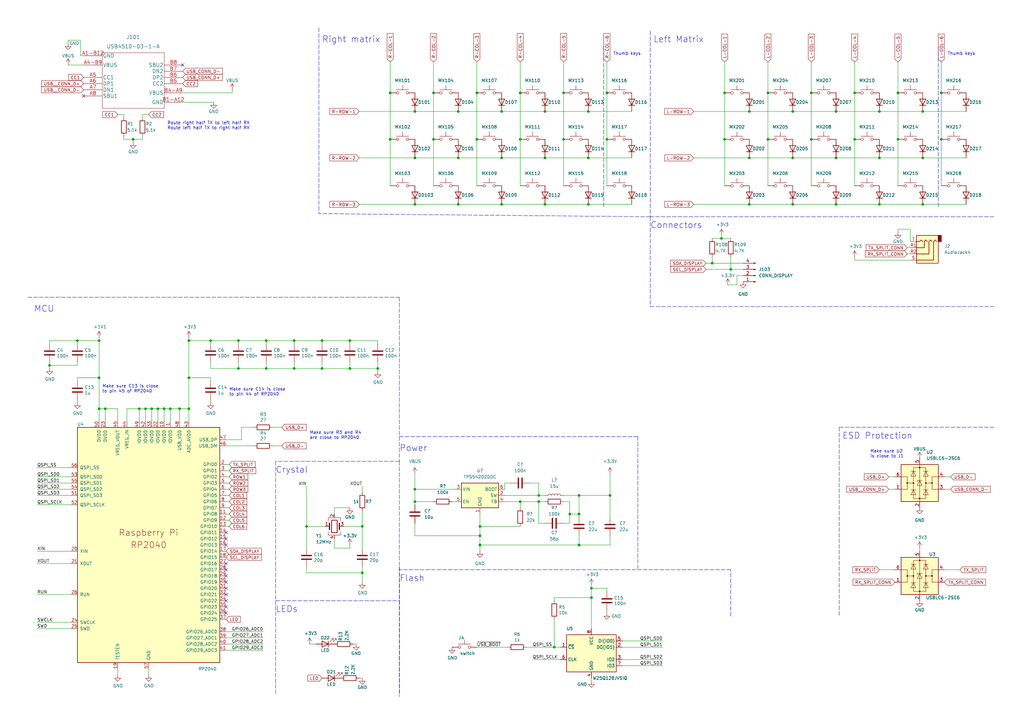
<source format=kicad_sch>
(kicad_sch (version 20211123) (generator eeschema)
  (paper "A3")
  (junction (at 170.18 83.82))
  (junction (at 231.14 38.1))
  (junction (at 97.79 139.7))
  (junction (at 299.72 110.49))
  (junction (at 195.58 38.1))
  (junction (at 233.68 210.82))
  (junction (at 368.3 57.15))
  (junction (at 237.49 210.82))
  (junction (at 307.34 83.82))
  (junction (at 292.1 107.95))
  (junction (at 248.92 57.15))
  (junction (at 54.61 57.15))
  (junction (at 227.33 265.43))
  (junction (at 40.64 154.94))
  (junction (at 177.8 38.1))
  (junction (at 132.08 139.7))
  (junction (at 40.64 167.64))
  (junction (at 342.9 45.72))
  (junction (at 378.46 45.72))
  (junction (at 237.49 203.2))
  (junction (at 31.75 139.7))
  (junction (at 213.36 57.15))
  (junction (at 314.96 57.15))
  (junction (at 213.36 38.1))
  (junction (at 64.77 167.64))
  (junction (at 67.31 167.64))
  (junction (at 231.14 57.15))
  (junction (at 297.18 38.1))
  (junction (at 196.85 223.52))
  (junction (at 143.51 139.7))
  (junction (at 378.46 64.77))
  (junction (at 386.08 57.15))
  (junction (at 386.08 38.1))
  (junction (at 242.57 245.11))
  (junction (at 43.18 167.64))
  (junction (at 160.02 57.15))
  (junction (at 187.96 45.72))
  (junction (at 220.98 205.74))
  (junction (at 170.18 45.72))
  (junction (at 40.64 139.7))
  (junction (at 20.32 149.86))
  (junction (at 297.18 57.15))
  (junction (at 73.66 167.64))
  (junction (at 242.57 241.3))
  (junction (at 360.68 83.82))
  (junction (at 350.52 38.1))
  (junction (at 170.18 205.74))
  (junction (at 223.52 45.72))
  (junction (at 325.12 83.82))
  (junction (at 86.36 139.7))
  (junction (at 205.74 45.72))
  (junction (at 109.22 139.7))
  (junction (at 360.68 45.72))
  (junction (at 325.12 45.72))
  (junction (at 77.47 167.64))
  (junction (at 97.79 151.13))
  (junction (at 213.36 205.74))
  (junction (at 77.47 154.94))
  (junction (at 187.96 64.77))
  (junction (at 241.3 64.77))
  (junction (at 223.52 64.77))
  (junction (at 360.68 64.77))
  (junction (at 69.85 167.64))
  (junction (at 378.46 83.82))
  (junction (at 332.74 57.15))
  (junction (at 148.59 234.95))
  (junction (at 307.34 64.77))
  (junction (at 59.69 167.64))
  (junction (at 125.73 215.9))
  (junction (at 196.85 215.9))
  (junction (at 187.96 83.82))
  (junction (at 342.9 64.77))
  (junction (at 220.98 203.2))
  (junction (at 342.9 83.82))
  (junction (at 350.52 57.15))
  (junction (at 154.94 151.13))
  (junction (at 248.92 38.1))
  (junction (at 223.52 83.82))
  (junction (at 57.15 167.64))
  (junction (at 325.12 64.77))
  (junction (at 177.8 57.15))
  (junction (at 332.74 38.1))
  (junction (at 195.58 57.15))
  (junction (at 109.22 151.13))
  (junction (at 295.91 97.79))
  (junction (at 205.74 64.77))
  (junction (at 205.74 83.82))
  (junction (at 368.3 38.1))
  (junction (at 237.49 223.52))
  (junction (at 148.59 215.9))
  (junction (at 307.34 45.72))
  (junction (at 196.85 219.71))
  (junction (at 77.47 139.7))
  (junction (at 132.08 151.13))
  (junction (at 314.96 38.1))
  (junction (at 170.18 200.66))
  (junction (at 160.02 38.1))
  (junction (at 62.23 167.64))
  (junction (at 241.3 83.82))
  (junction (at 143.51 151.13))
  (junction (at 250.19 203.2))
  (junction (at 170.18 64.77))
  (junction (at 241.3 45.72))
  (junction (at 120.65 151.13))
  (junction (at 120.65 139.7))
  (no_connect (at 92.71 223.52))
  (no_connect (at 92.71 218.44))
  (no_connect (at 92.71 220.98))
  (no_connect (at 92.71 231.14))
  (no_connect (at 92.71 233.68))
  (no_connect (at 92.71 236.22))
  (no_connect (at 92.71 238.76))
  (no_connect (at 74.93 26.67))
  (no_connect (at 34.29 39.37))
  (no_connect (at 92.71 241.3))
  (no_connect (at 92.71 251.46))
  (no_connect (at 92.71 243.84))
  (no_connect (at 92.71 246.38))
  (no_connect (at 92.71 248.92))
  (wire (pts (xy 299.72 110.49) (xy 304.8 110.49)))
  (wire (pts (xy 109.22 148.59) (xy 109.22 151.13)))
  (polyline (pts (xy 266.7 12.7) (xy 266.7 88.9)))
  (wire (pts (xy 92.71 190.5) (xy 93.98 190.5)))
  (wire (pts (xy 29.21 257.81) (xy 15.24 257.81)))
  (wire (pts (xy 15.24 203.2) (xy 29.21 203.2)))
  (wire (pts (xy 125.73 234.95) (xy 148.59 234.95)))
  (wire (pts (xy 143.51 223.52) (xy 143.51 224.79)))
  (wire (pts (xy 231.14 203.2) (xy 237.49 203.2)))
  (polyline (pts (xy 299.72 252.73) (xy 299.72 233.68)))
  (wire (pts (xy 307.34 45.72) (xy 325.12 45.72)))
  (wire (pts (xy 242.57 245.11) (xy 242.57 257.81)))
  (wire (pts (xy 233.68 210.82) (xy 237.49 210.82)))
  (wire (pts (xy 148.59 215.9) (xy 148.59 224.79)))
  (wire (pts (xy 143.51 139.7) (xy 154.94 139.7)))
  (wire (pts (xy 31.75 140.97) (xy 31.75 139.7)))
  (wire (pts (xy 284.48 83.82) (xy 307.34 83.82)))
  (wire (pts (xy 143.51 151.13) (xy 154.94 151.13)))
  (wire (pts (xy 86.36 148.59) (xy 86.36 151.13)))
  (wire (pts (xy 242.57 240.03) (xy 242.57 241.3)))
  (wire (pts (xy 93.98 203.2) (xy 92.71 203.2)))
  (wire (pts (xy 242.57 278.13) (xy 242.57 279.4)))
  (wire (pts (xy 92.71 266.7) (xy 107.95 266.7)))
  (wire (pts (xy 52.07 172.72) (xy 52.07 167.64)))
  (wire (pts (xy 60.96 46.99) (xy 58.42 46.99)))
  (wire (pts (xy 207.01 198.12) (xy 209.55 198.12)))
  (wire (pts (xy 342.9 45.72) (xy 360.68 45.72)))
  (wire (pts (xy 220.98 205.74) (xy 220.98 214.63)))
  (wire (pts (xy 154.94 148.59) (xy 154.94 151.13)))
  (wire (pts (xy 97.79 148.59) (xy 97.79 151.13)))
  (wire (pts (xy 74.93 41.91) (xy 87.63 41.91)))
  (wire (pts (xy 297.18 25.4) (xy 297.18 38.1)))
  (wire (pts (xy 148.59 234.95) (xy 148.59 238.76)))
  (wire (pts (xy 332.74 38.1) (xy 332.74 57.15)))
  (wire (pts (xy 302.26 113.03) (xy 302.26 116.84)))
  (wire (pts (xy 213.36 25.4) (xy 213.36 38.1)))
  (wire (pts (xy 342.9 83.82) (xy 360.68 83.82)))
  (wire (pts (xy 31.75 139.7) (xy 40.64 139.7)))
  (wire (pts (xy 350.52 106.68) (xy 373.38 106.68)))
  (wire (pts (xy 170.18 207.01) (xy 170.18 205.74)))
  (wire (pts (xy 248.92 57.15) (xy 248.92 76.2)))
  (wire (pts (xy 231.14 38.1) (xy 231.14 57.15)))
  (wire (pts (xy 377.19 224.79) (xy 377.19 226.06)))
  (wire (pts (xy 57.15 167.64) (xy 59.69 167.64)))
  (wire (pts (xy 92.71 261.62) (xy 107.95 261.62)))
  (wire (pts (xy 205.74 83.82) (xy 223.52 83.82)))
  (wire (pts (xy 93.98 208.28) (xy 92.71 208.28)))
  (wire (pts (xy 99.06 175.26) (xy 104.14 175.26)))
  (wire (pts (xy 132.08 148.59) (xy 132.08 151.13)))
  (wire (pts (xy 233.68 205.74) (xy 233.68 210.82)))
  (wire (pts (xy 48.26 274.32) (xy 48.26 276.86)))
  (wire (pts (xy 213.36 38.1) (xy 213.36 57.15)))
  (wire (pts (xy 69.85 167.64) (xy 69.85 172.72)))
  (wire (pts (xy 160.02 38.1) (xy 160.02 57.15)))
  (wire (pts (xy 62.23 172.72) (xy 62.23 167.64)))
  (wire (pts (xy 350.52 105.41) (xy 350.52 106.68)))
  (wire (pts (xy 220.98 198.12) (xy 220.98 203.2)))
  (wire (pts (xy 223.52 45.72) (xy 241.3 45.72)))
  (wire (pts (xy 368.3 25.4) (xy 368.3 38.1)))
  (wire (pts (xy 20.32 139.7) (xy 31.75 139.7)))
  (wire (pts (xy 67.31 167.64) (xy 69.85 167.64)))
  (wire (pts (xy 31.75 163.83) (xy 31.75 165.1)))
  (wire (pts (xy 250.19 194.31) (xy 250.19 203.2)))
  (wire (pts (xy 284.48 45.72) (xy 307.34 45.72)))
  (wire (pts (xy 86.36 163.83) (xy 86.36 165.1)))
  (wire (pts (xy 137.16 208.28) (xy 143.51 208.28)))
  (wire (pts (xy 233.68 214.63) (xy 231.14 214.63)))
  (wire (pts (xy 177.8 25.4) (xy 177.8 38.1)))
  (wire (pts (xy 205.74 64.77) (xy 223.52 64.77)))
  (wire (pts (xy 187.96 45.72) (xy 205.74 45.72)))
  (wire (pts (xy 120.65 139.7) (xy 132.08 139.7)))
  (wire (pts (xy 237.49 203.2) (xy 250.19 203.2)))
  (polyline (pts (xy 163.83 232.41) (xy 163.83 285.75)))
  (wire (pts (xy 59.69 172.72) (xy 59.69 167.64)))
  (wire (pts (xy 77.47 139.7) (xy 86.36 139.7)))
  (wire (pts (xy 125.73 215.9) (xy 125.73 224.79)))
  (wire (pts (xy 364.49 195.58) (xy 367.03 195.58)))
  (wire (pts (xy 223.52 64.77) (xy 241.3 64.77)))
  (wire (pts (xy 143.51 224.79) (xy 137.16 224.79)))
  (wire (pts (xy 207.01 200.66) (xy 207.01 198.12)))
  (wire (pts (xy 295.91 97.79) (xy 299.72 97.79)))
  (wire (pts (xy 48.26 172.72) (xy 48.26 167.64)))
  (wire (pts (xy 177.8 205.74) (xy 170.18 205.74)))
  (wire (pts (xy 43.18 167.64) (xy 40.64 167.64)))
  (wire (pts (xy 298.45 116.84) (xy 302.26 116.84)))
  (wire (pts (xy 364.49 200.66) (xy 367.03 200.66)))
  (wire (pts (xy 292.1 105.41) (xy 292.1 107.95)))
  (wire (pts (xy 86.36 156.21) (xy 86.36 154.94)))
  (wire (pts (xy 237.49 223.52) (xy 196.85 223.52)))
  (wire (pts (xy 387.35 233.68) (xy 393.7 233.68)))
  (wire (pts (xy 92.71 182.88) (xy 104.14 182.88)))
  (wire (pts (xy 250.19 219.71) (xy 250.19 223.52)))
  (wire (pts (xy 170.18 214.63) (xy 170.18 219.71)))
  (wire (pts (xy 148.59 215.9) (xy 148.59 209.55)))
  (wire (pts (xy 237.49 219.71) (xy 237.49 223.52)))
  (wire (pts (xy 170.18 45.72) (xy 187.96 45.72)))
  (wire (pts (xy 120.65 140.97) (xy 120.65 139.7)))
  (wire (pts (xy 148.59 232.41) (xy 148.59 234.95)))
  (wire (pts (xy 52.07 167.64) (xy 57.15 167.64)))
  (wire (pts (xy 29.21 191.77) (xy 15.24 191.77)))
  (wire (pts (xy 147.32 83.82) (xy 170.18 83.82)))
  (wire (pts (xy 15.24 198.12) (xy 29.21 198.12)))
  (wire (pts (xy 143.51 148.59) (xy 143.51 151.13)))
  (wire (pts (xy 92.71 193.04) (xy 93.98 193.04)))
  (wire (pts (xy 196.85 215.9) (xy 213.36 215.9)))
  (wire (pts (xy 77.47 154.94) (xy 86.36 154.94)))
  (wire (pts (xy 292.1 97.79) (xy 295.91 97.79)))
  (wire (pts (xy 144.78 264.16) (xy 146.05 264.16)))
  (wire (pts (xy 97.79 139.7) (xy 109.22 139.7)))
  (wire (pts (xy 109.22 139.7) (xy 120.65 139.7)))
  (wire (pts (xy 220.98 205.74) (xy 223.52 205.74)))
  (wire (pts (xy 170.18 64.77) (xy 187.96 64.77)))
  (wire (pts (xy 187.96 64.77) (xy 205.74 64.77)))
  (wire (pts (xy 160.02 57.15) (xy 160.02 76.2)))
  (wire (pts (xy 170.18 205.74) (xy 170.18 200.66)))
  (wire (pts (xy 15.24 226.06) (xy 29.21 226.06)))
  (wire (pts (xy 31.75 156.21) (xy 31.75 154.94)))
  (wire (pts (xy 314.96 38.1) (xy 314.96 57.15)))
  (wire (pts (xy 148.59 201.93) (xy 148.59 199.39)))
  (wire (pts (xy 64.77 172.72) (xy 64.77 167.64)))
  (polyline (pts (xy 407.67 175.26) (xy 344.17 175.26)))
  (wire (pts (xy 350.52 38.1) (xy 350.52 57.15)))
  (wire (pts (xy 177.8 38.1) (xy 177.8 57.15)))
  (wire (pts (xy 77.47 138.43) (xy 77.47 139.7)))
  (wire (pts (xy 31.75 149.86) (xy 31.75 148.59)))
  (wire (pts (xy 67.31 172.72) (xy 67.31 167.64)))
  (wire (pts (xy 92.71 264.16) (xy 107.95 264.16)))
  (polyline (pts (xy 11.43 121.92) (xy 163.83 121.92)))
  (wire (pts (xy 248.92 241.3) (xy 242.57 241.3)))
  (wire (pts (xy 170.18 200.66) (xy 170.18 194.31)))
  (wire (pts (xy 74.93 38.1) (xy 95.25 38.1)))
  (wire (pts (xy 40.64 139.7) (xy 40.64 154.94)))
  (wire (pts (xy 325.12 45.72) (xy 342.9 45.72)))
  (wire (pts (xy 170.18 83.82) (xy 187.96 83.82)))
  (wire (pts (xy 332.74 25.4) (xy 332.74 38.1)))
  (wire (pts (xy 227.33 245.11) (xy 242.57 245.11)))
  (wire (pts (xy 120.65 151.13) (xy 109.22 151.13)))
  (wire (pts (xy 187.96 83.82) (xy 205.74 83.82)))
  (wire (pts (xy 77.47 139.7) (xy 77.47 154.94)))
  (wire (pts (xy 386.08 57.15) (xy 386.08 76.2)))
  (wire (pts (xy 27.94 26.67) (xy 34.29 26.67)))
  (wire (pts (xy 93.98 198.12) (xy 92.71 198.12)))
  (wire (pts (xy 58.42 55.88) (xy 58.42 57.15)))
  (wire (pts (xy 220.98 203.2) (xy 223.52 203.2)))
  (polyline (pts (xy 113.03 189.23) (xy 113.03 284.48)))
  (wire (pts (xy 125.73 215.9) (xy 125.73 199.39)))
  (wire (pts (xy 325.12 83.82) (xy 342.9 83.82)))
  (wire (pts (xy 325.12 64.77) (xy 342.9 64.77)))
  (wire (pts (xy 137.16 224.79) (xy 137.16 220.98)))
  (wire (pts (xy 185.42 205.74) (xy 186.69 205.74)))
  (wire (pts (xy 378.46 45.72) (xy 396.24 45.72)))
  (wire (pts (xy 143.51 151.13) (xy 132.08 151.13)))
  (wire (pts (xy 372.11 104.14) (xy 373.38 104.14)))
  (wire (pts (xy 205.74 45.72) (xy 223.52 45.72)))
  (wire (pts (xy 295.91 97.79) (xy 295.91 96.52)))
  (polyline (pts (xy 266.7 88.9) (xy 130.81 87.63)))
  (polyline (pts (xy 163.83 121.92) (xy 163.83 189.23)))
  (wire (pts (xy 86.36 139.7) (xy 97.79 139.7)))
  (wire (pts (xy 73.66 167.64) (xy 77.47 167.64)))
  (wire (pts (xy 196.85 223.52) (xy 196.85 226.06)))
  (wire (pts (xy 125.73 215.9) (xy 133.35 215.9)))
  (wire (pts (xy 368.3 57.15) (xy 368.3 76.2)))
  (wire (pts (xy 93.98 213.36) (xy 92.71 213.36)))
  (wire (pts (xy 248.92 250.19) (xy 248.92 251.46)))
  (wire (pts (xy 58.42 46.99) (xy 58.42 48.26)))
  (wire (pts (xy 297.18 57.15) (xy 297.18 76.2)))
  (wire (pts (xy 360.68 45.72) (xy 378.46 45.72)))
  (wire (pts (xy 217.17 198.12) (xy 220.98 198.12)))
  (polyline (pts (xy 384.81 19.05) (xy 384.81 85.09)))
  (wire (pts (xy 213.36 205.74) (xy 213.36 208.28)))
  (wire (pts (xy 33.02 16.51) (xy 27.94 16.51)))
  (wire (pts (xy 170.18 200.66) (xy 186.69 200.66)))
  (wire (pts (xy 109.22 151.13) (xy 97.79 151.13)))
  (wire (pts (xy 289.56 107.95) (xy 292.1 107.95)))
  (wire (pts (xy 218.44 270.51) (xy 229.87 270.51)))
  (wire (pts (xy 154.94 151.13) (xy 154.94 152.4)))
  (wire (pts (xy 27.94 16.51) (xy 27.94 17.78)))
  (polyline (pts (xy 407.67 88.9) (xy 266.7 88.9)))
  (wire (pts (xy 143.51 140.97) (xy 143.51 139.7)))
  (wire (pts (xy 314.96 57.15) (xy 314.96 76.2)))
  (wire (pts (xy 231.14 57.15) (xy 231.14 76.2)))
  (wire (pts (xy 20.32 140.97) (xy 20.32 139.7)))
  (wire (pts (xy 360.68 64.77) (xy 378.46 64.77)))
  (wire (pts (xy 20.32 148.59) (xy 20.32 149.86)))
  (wire (pts (xy 307.34 83.82) (xy 325.12 83.82)))
  (wire (pts (xy 29.21 231.14) (xy 15.24 231.14)))
  (wire (pts (xy 97.79 140.97) (xy 97.79 139.7)))
  (wire (pts (xy 372.11 101.6) (xy 373.38 101.6)))
  (wire (pts (xy 93.98 200.66) (xy 92.71 200.66)))
  (wire (pts (xy 99.06 175.26) (xy 99.06 180.34)))
  (wire (pts (xy 195.58 25.4) (xy 195.58 38.1)))
  (wire (pts (xy 132.08 140.97) (xy 132.08 139.7)))
  (wire (pts (xy 93.98 210.82) (xy 92.71 210.82)))
  (wire (pts (xy 20.32 149.86) (xy 20.32 151.13)))
  (wire (pts (xy 248.92 38.1) (xy 248.92 57.15)))
  (wire (pts (xy 195.58 57.15) (xy 195.58 76.2)))
  (wire (pts (xy 92.71 259.08) (xy 107.95 259.08)))
  (wire (pts (xy 154.94 140.97) (xy 154.94 139.7)))
  (wire (pts (xy 332.74 57.15) (xy 332.74 76.2)))
  (wire (pts (xy 73.66 172.72) (xy 73.66 167.64)))
  (wire (pts (xy 43.18 172.72) (xy 43.18 167.64)))
  (wire (pts (xy 50.8 55.88) (xy 50.8 57.15)))
  (wire (pts (xy 255.27 265.43) (xy 271.78 265.43)))
  (wire (pts (xy 250.19 223.52) (xy 237.49 223.52)))
  (wire (pts (xy 69.85 167.64) (xy 73.66 167.64)))
  (wire (pts (xy 137.16 208.28) (xy 137.16 210.82)))
  (wire (pts (xy 50.8 57.15) (xy 54.61 57.15)))
  (polyline (pts (xy 299.72 233.68) (xy 163.83 233.68)))
  (wire (pts (xy 196.85 219.71) (xy 170.18 219.71)))
  (wire (pts (xy 227.33 265.43) (xy 229.87 265.43)))
  (wire (pts (xy 241.3 83.82) (xy 259.08 83.82)))
  (wire (pts (xy 368.3 38.1) (xy 368.3 57.15)))
  (wire (pts (xy 31.75 154.94) (xy 40.64 154.94)))
  (wire (pts (xy 120.65 148.59) (xy 120.65 151.13)))
  (wire (pts (xy 196.85 210.82) (xy 196.85 215.9)))
  (wire (pts (xy 111.76 175.26) (xy 115.57 175.26)))
  (wire (pts (xy 314.96 25.4) (xy 314.96 38.1)))
  (wire (pts (xy 350.52 57.15) (xy 350.52 76.2)))
  (wire (pts (xy 132.08 151.13) (xy 120.65 151.13)))
  (wire (pts (xy 97.79 151.13) (xy 86.36 151.13)))
  (wire (pts (xy 231.14 25.4) (xy 231.14 38.1)))
  (wire (pts (xy 196.85 223.52) (xy 196.85 219.71)))
  (wire (pts (xy 360.68 233.68) (xy 367.03 233.68)))
  (wire (pts (xy 241.3 64.77) (xy 259.08 64.77)))
  (wire (pts (xy 29.21 243.84) (xy 15.24 243.84)))
  (wire (pts (xy 127 264.16) (xy 129.54 264.16)))
  (wire (pts (xy 248.92 242.57) (xy 248.92 241.3)))
  (wire (pts (xy 77.47 167.64) (xy 77.47 172.72)))
  (polyline (pts (xy 163.83 189.23) (xy 163.83 284.48)))
  (wire (pts (xy 86.36 140.97) (xy 86.36 139.7)))
  (wire (pts (xy 342.9 64.77) (xy 360.68 64.77)))
  (wire (pts (xy 15.24 195.58) (xy 29.21 195.58)))
  (wire (pts (xy 92.71 180.34) (xy 99.06 180.34)))
  (wire (pts (xy 147.32 64.77) (xy 170.18 64.77)))
  (wire (pts (xy 33.02 22.86) (xy 33.02 16.51)))
  (wire (pts (xy 387.35 200.66) (xy 389.89 200.66)))
  (wire (pts (xy 62.23 167.64) (xy 64.77 167.64)))
  (wire (pts (xy 215.9 265.43) (xy 227.33 265.43)))
  (wire (pts (xy 368.3 93.98) (xy 368.3 95.25)))
  (wire (pts (xy 350.52 25.4) (xy 350.52 38.1)))
  (wire (pts (xy 304.8 113.03) (xy 302.26 113.03)))
  (wire (pts (xy 54.61 57.15) (xy 58.42 57.15)))
  (wire (pts (xy 213.36 57.15) (xy 213.36 76.2)))
  (wire (pts (xy 77.47 154.94) (xy 77.47 167.64)))
  (wire (pts (xy 307.34 64.77) (xy 325.12 64.77)))
  (wire (pts (xy 109.22 140.97) (xy 109.22 139.7)))
  (wire (pts (xy 289.56 110.49) (xy 299.72 110.49)))
  (wire (pts (xy 248.92 25.4) (xy 248.92 38.1)))
  (wire (pts (xy 284.48 64.77) (xy 307.34 64.77)))
  (polyline (pts (xy 266.7 125.73) (xy 407.67 125.73)))
  (wire (pts (xy 95.25 36.83) (xy 95.25 38.1)))
  (wire (pts (xy 213.36 205.74) (xy 220.98 205.74)))
  (wire (pts (xy 147.32 278.13) (xy 148.59 278.13)))
  (wire (pts (xy 237.49 203.2) (xy 237.49 210.82)))
  (polyline (pts (xy 130.81 11.43) (xy 130.81 87.63)))
  (wire (pts (xy 207.01 203.2) (xy 220.98 203.2)))
  (wire (pts (xy 387.35 195.58) (xy 389.89 195.58)))
  (wire (pts (xy 255.27 270.51) (xy 271.78 270.51)))
  (wire (pts (xy 40.64 167.64) (xy 40.64 172.72)))
  (wire (pts (xy 378.46 83.82) (xy 396.24 83.82)))
  (wire (pts (xy 93.98 195.58) (xy 92.71 195.58)))
  (wire (pts (xy 40.64 138.43) (xy 40.64 139.7)))
  (wire (pts (xy 57.15 172.72) (xy 57.15 167.64)))
  (wire (pts (xy 386.08 25.4) (xy 386.08 38.1)))
  (wire (pts (xy 250.19 203.2) (xy 250.19 212.09)))
  (wire (pts (xy 140.97 215.9) (xy 148.59 215.9)))
  (polyline (pts (xy 247.65 19.05) (xy 247.65 85.09)))
  (wire (pts (xy 255.27 273.05) (xy 271.78 273.05)))
  (wire (pts (xy 373.38 93.98) (xy 368.3 93.98)))
  (wire (pts (xy 29.21 255.27) (xy 15.24 255.27)))
  (wire (pts (xy 227.33 254) (xy 227.33 265.43)))
  (wire (pts (xy 378.46 64.77) (xy 396.24 64.77)))
  (polyline (pts (xy 261.62 179.07) (xy 261.62 233.68)))
  (wire (pts (xy 40.64 154.94) (xy 40.64 167.64)))
  (wire (pts (xy 147.32 45.72) (xy 170.18 45.72)))
  (wire (pts (xy 54.61 57.15) (xy 54.61 58.42)))
  (wire (pts (xy 160.02 25.4) (xy 160.02 38.1)))
  (wire (pts (xy 111.76 182.88) (xy 115.57 182.88)))
  (wire (pts (xy 360.68 83.82) (xy 378.46 83.82)))
  (polyline (pts (xy 266.7 88.9) (xy 266.7 125.73)))
  (wire (pts (xy 50.8 46.99) (xy 50.8 48.26)))
  (wire (pts (xy 292.1 107.95) (xy 304.8 107.95)))
  (wire (pts (xy 386.08 38.1) (xy 386.08 57.15)))
  (polyline (pts (xy 113.03 246.38) (xy 163.83 246.38)))
  (wire (pts (xy 233.68 210.82) (xy 233.68 214.63)))
  (wire (pts (xy 177.8 57.15) (xy 177.8 76.2)))
  (wire (pts (xy 48.26 167.64) (xy 43.18 167.64)))
  (wire (pts (xy 20.32 149.86) (xy 31.75 149.86)))
  (wire (pts (xy 48.26 46.99) (xy 50.8 46.99)))
  (wire (pts (xy 64.77 167.64) (xy 67.31 167.64)))
  (wire (pts (xy 93.98 205.74) (xy 92.71 205.74)))
  (wire (pts (xy 15.24 200.66) (xy 29.21 200.66)))
  (wire (pts (xy 299.72 105.41) (xy 299.72 110.49)))
  (wire (pts (xy 220.98 214.63) (xy 223.52 214.63)))
  (wire (pts (xy 59.69 167.64) (xy 62.23 167.64)))
  (wire (pts (xy 132.08 139.7) (xy 143.51 139.7)))
  (wire (pts (xy 60.96 274.32) (xy 60.96 276.86)))
  (wire (pts (xy 373.38 99.06) (xy 373.38 93.98)))
  (polyline (pts (xy 163.83 179.07) (xy 261.62 179.07)))
  (wire (pts (xy 93.98 215.9) (xy 92.71 215.9)))
  (wire (pts (xy 227.33 246.38) (xy 227.33 245.11)))
  (wire (pts (xy 242.57 241.3) (xy 242.57 245.11)))
  (wire (pts (xy 233.68 205.74) (xy 231.14 205.74)))
  (polyline (pts (xy 163.83 189.23) (xy 113.03 189.23)))
  (wire (pts (xy 255.27 262.89) (xy 271.78 262.89)))
  (wire (pts (xy 223.52 83.82) (xy 241.3 83.82)))
  (wire (pts (xy 241.3 45.72) (xy 259.08 45.72)))
  (wire (pts (xy 196.85 215.9) (xy 196.85 219.71)))
  (wire (pts (xy 297.18 38.1) (xy 297.18 57.15)))
  (wire (pts (xy 213.36 205.74) (xy 207.01 205.74)))
  (wire (pts (xy 125.73 232.41) (xy 125.73 234.95)))
  (wire (pts (xy 34.29 22.86) (xy 33.02 22.86)))
  (wire (pts (xy 195.58 38.1) (xy 195.58 57.15)))
  (wire (pts (xy 29.21 207.01) (xy 15.24 207.01)))
  (wire (pts (xy 208.28 265.43) (xy 195.58 265.43)))
  (wire (pts (xy 237.49 210.82) (xy 237.49 212.09)))
  (polyline (pts (xy 344.17 175.26) (xy 344.17 252.73)))
  (text "Make sure C13 is close \nto pin 45 of RP2040" (at 41.91 161.29 0) (effects (font (size 1.27 1.27)) (justify left bottom)))
  (text "Make sure U2\nis close to J1" (at 356.87 187.96 0) (effects (font (size 1.27 1.27)) (justify left bottom)))
  (text "Power" (at 163.83 185.42 0) (effects (font (size 2.54 2.54)) (justify left bottom)))
  (text "Thumb keys\n" (at 251.46 22.86 0) (effects (font (size 1.27 1.27)) (justify left bottom)))
  (text "Flash" (at 163.83 238.76 0) (effects (font (size 2.54 2.54)) (justify left bottom)))
  (text "Route right half TX to left half RX\nRoute left half TX to right half RX" (at 68.58 53.34 0) (effects (font (size 1.27 1.27)) (justify left bottom)))
  (text "Crystal" (at 113.03 194.31 0) (effects (font (size 2.54 2.54)) (justify left bottom)))
  (text "Make sure R3 and R4 \nare close to RP2040" (at 127 180.34 0) (effects (font (size 1.27 1.27)) (justify left bottom)))
  (text "Right matrix\n" (at 132.08 17.78 0) (effects (font (size 2.54 2.54)) (justify left bottom)))
  (text "Make sure C14 is close \nto pin 44 of RP2040" (at 93.98 162.56 0) (effects (font (size 1.27 1.27)) (justify left bottom)))
  (text "Connectors\n" (at 266.7 93.98 0) (effects (font (size 2.54 2.54)) (justify left bottom)))
  (text "Thumb keys\n" (at 388.62 22.86 0) (effects (font (size 1.27 1.27)) (justify left bottom)))
  (text "MCU" (at 13.97 128.27 0) (effects (font (size 2.54 2.54)) (justify left bottom)))
  (text "ESD Protection" (at 345.44 180.34 0) (effects (font (size 2.54 2.54)) (justify left bottom)))
  (text "Left Matrix" (at 267.97 17.78 0) (effects (font (size 2.54 2.54)) (justify left bottom)))
  (text "LEDs\n" (at 113.03 251.46 0) (effects (font (size 2.54 2.54)) (justify left bottom)))
  (label "GPIO29_ADC3" (at 107.95 266.7 180))
  (label "QSPI_SCLK" (at 15.24 207.01 0))
  (label "XIN" (at 125.73 199.39 180))
  (label "GPIO27_ADC1" (at 107.95 261.62 180))
  (label "QSPI_SD3" (at 15.24 203.2 0))
  (label "QSPI_SS" (at 15.24 191.77 0))
  (label "~{USB_BOOT}" (at 195.58 265.43 0))
  (label "QSPI_SD2" (at 271.78 270.51 180))
  (label "GPIO28_ADC2" (at 107.95 264.16 180))
  (label "QSPI_SCLK" (at 218.44 270.51 0))
  (label "QSPI_SD1" (at 15.24 198.12 0))
  (label "RUN" (at 15.24 243.84 0))
  (label "XOUT" (at 15.24 231.14 0))
  (label "QSPI_SD0" (at 15.24 195.58 0))
  (label "XOUT" (at 148.59 199.39 180))
  (label "QSPI_SD3" (at 271.78 273.05 180))
  (label "GPIO26_ADC0" (at 107.95 259.08 180))
  (label "XIN" (at 15.24 226.06 0))
  (label "SWCLK" (at 15.24 255.27 0))
  (label "SWD" (at 15.24 257.81 0))
  (label "QSPI_SD2" (at 15.24 200.66 0))
  (label "QSPI_SD0" (at 271.78 262.89 180))
  (label "QSPI_SD1" (at 271.78 265.43 180))
  (label "QSPI_SS" (at 218.44 265.43 0))
  (global_label "L-COL-3" (shape input) (at 332.74 25.4 90) (property "Intersheet References" "${INTERSHEET_REFS}" (effects hide)))
  (global_label "R-COL-5" (shape input) (at 231.14 25.4 90) (property "Intersheet References" "${INTERSHEET_REFS}" (effects hide)))
  (global_label "CC2" (shape input) (at 60.96 46.99 0) (property "Intersheet References" "${INTERSHEET_REFS}" (effects hide)))
  (global_label "RX_SPLIT" (shape input) (at 93.98 193.04 0) (property "Intersheet References" "${INTERSHEET_REFS}" (effects hide)))
  (global_label "L-ROW-3" (shape input) (at 284.48 83.82 180) (property "Intersheet References" "${INTERSHEET_REFS}" (effects hide)))
  (global_label "L-COL-2" (shape input) (at 314.96 25.4 90) (property "Intersheet References" "${INTERSHEET_REFS}" (effects hide)))
  (global_label "USB_D-" (shape input) (at 389.89 195.58 0) (property "Intersheet References" "${INTERSHEET_REFS}" (effects hide)))
  (global_label "L-COL-4" (shape input) (at 350.52 25.4 90) (property "Intersheet References" "${INTERSHEET_REFS}" (effects hide)))
  (global_label "ROW2" (shape input) (at 93.98 198.12 0) (property "Intersheet References" "${INTERSHEET_REFS}" (effects hide)))
  (global_label "CC2" (shape input) (at 74.93 34.29 0) (property "Intersheet References" "${INTERSHEET_REFS}" (effects hide)))
  (global_label "COL3" (shape input) (at 93.98 208.28 0) (property "Intersheet References" "${INTERSHEET_REFS}" (effects hide)))
  (global_label "L-COL-5" (shape input) (at 368.3 25.4 90) (property "Intersheet References" "${INTERSHEET_REFS}" (effects hide)))
  (global_label "L-ROW-1" (shape input) (at 284.48 45.72 180) (property "Intersheet References" "${INTERSHEET_REFS}" (effects hide)))
  (global_label "TX_SPLIT" (shape input) (at 93.98 190.5 0) (property "Intersheet References" "${INTERSHEET_REFS}" (effects hide)))
  (global_label "COL6" (shape input) (at 93.98 215.9 0) (property "Intersheet References" "${INTERSHEET_REFS}" (effects hide)))
  (global_label "TX_SPLIT_CONN" (shape input) (at 387.35 238.76 0) (property "Intersheet References" "${INTERSHEET_REFS}" (effects hide)))
  (global_label "R-COL-4" (shape input) (at 213.36 25.4 90) (property "Intersheet References" "${INTERSHEET_REFS}" (effects hide)))
  (global_label "R-ROW-2" (shape input) (at 147.32 64.77 180) (property "Intersheet References" "${INTERSHEET_REFS}" (effects hide)))
  (global_label "SDA_DISPLAY" (shape input) (at 289.56 107.95 180) (property "Intersheet References" "${INTERSHEET_REFS}" (effects hide)))
  (global_label "USB__CONN_D+" (shape input) (at 34.29 34.29 180) (property "Intersheet References" "${INTERSHEET_REFS}" (effects hide)))
  (global_label "TX_SPLIT_CONN" (shape input) (at 372.11 101.6 180) (property "Intersheet References" "${INTERSHEET_REFS}" (effects hide)))
  (global_label "R-COL-6" (shape input) (at 248.92 25.4 90) (property "Intersheet References" "${INTERSHEET_REFS}" (effects hide)))
  (global_label "USB__CONN_D-" (shape input) (at 34.29 36.83 180) (property "Intersheet References" "${INTERSHEET_REFS}" (effects hide)))
  (global_label "R-COL-1" (shape input) (at 160.02 25.4 90) (property "Intersheet References" "${INTERSHEET_REFS}" (effects hide)))
  (global_label "L-ROW-2" (shape input) (at 284.48 64.77 180) (property "Intersheet References" "${INTERSHEET_REFS}" (effects hide)))
  (global_label "R-ROW-3" (shape input) (at 147.32 83.82 180) (property "Intersheet References" "${INTERSHEET_REFS}" (effects hide)))
  (global_label "SCL_DISPLAY" (shape input) (at 92.71 228.6 0) (property "Intersheet References" "${INTERSHEET_REFS}" (effects hide)))
  (global_label "L-COL-1" (shape input) (at 297.18 25.4 90) (property "Intersheet References" "${INTERSHEET_REFS}" (effects hide)))
  (global_label "RX_SPLIT_CONN" (shape input) (at 372.11 104.14 180) (property "Intersheet References" "${INTERSHEET_REFS}" (effects hide)))
  (global_label "COL4" (shape input) (at 93.98 210.82 0) (property "Intersheet References" "${INTERSHEET_REFS}" (effects hide)))
  (global_label "SCL_DISPLAY" (shape input) (at 289.56 110.49 180) (property "Intersheet References" "${INTERSHEET_REFS}" (effects hide)))
  (global_label "TX_SPLIT" (shape input) (at 393.7 233.68 0) (property "Intersheet References" "${INTERSHEET_REFS}" (effects hide)))
  (global_label "USB_CONN_D-" (shape input) (at 74.93 29.21 0) (property "Intersheet References" "${INTERSHEET_REFS}" (effects hide)))
  (global_label "USB_D+" (shape input) (at 364.49 195.58 180) (property "Intersheet References" "${INTERSHEET_REFS}" (effects hide)))
  (global_label "USB_CONN_D+" (shape input) (at 74.93 31.75 0) (property "Intersheet References" "${INTERSHEET_REFS}" (effects hide)))
  (global_label "R-ROW-1" (shape input) (at 147.32 45.72 180) (property "Intersheet References" "${INTERSHEET_REFS}" (effects hide)))
  (global_label "LED" (shape input) (at 132.08 278.13 180) (property "Intersheet References" "${INTERSHEET_REFS}" (effects hide)))
  (global_label "SDA_DISPLAY" (shape input) (at 92.71 226.06 0) (property "Intersheet References" "${INTERSHEET_REFS}" (effects hide)))
  (global_label "R-COL-3" (shape input) (at 195.58 25.4 90) (property "Intersheet References" "${INTERSHEET_REFS}" (effects hide)))
  (global_label "COL2" (shape input) (at 93.98 205.74 0) (property "Intersheet References" "${INTERSHEET_REFS}" (effects hide)))
  (global_label "USB__CONN_D+" (shape input) (at 364.49 200.66 180) (property "Intersheet References" "${INTERSHEET_REFS}" (effects hide)))
  (global_label "R-COL-2" (shape input) (at 177.8 25.4 90) (property "Intersheet References" "${INTERSHEET_REFS}" (effects hide)))
  (global_label "L-COL-6" (shape input) (at 386.08 25.4 90) (property "Intersheet References" "${INTERSHEET_REFS}" (effects hide)))
  (global_label "USB_D+" (shape input) (at 115.57 175.26 0) (property "Intersheet References" "${INTERSHEET_REFS}" (effects hide)))
  (global_label "LED" (shape input) (at 92.71 254 0) (property "Intersheet References" "${INTERSHEET_REFS}" (effects hide)))
  (global_label "CC1" (shape input) (at 34.29 31.75 180) (property "Intersheet References" "${INTERSHEET_REFS}" (effects hide)))
  (global_label "USB_CONN_D-" (shape input) (at 389.89 200.66 0) (property "Intersheet References" "${INTERSHEET_REFS}" (effects hide)))
  (global_label "COL1" (shape input) (at 93.98 203.2 0) (property "Intersheet References" "${INTERSHEET_REFS}" (effects hide)))
  (global_label "ROW1" (shape input) (at 93.98 195.58 0) (property "Intersheet References" "${INTERSHEET_REFS}" (effects hide)))
  (global_label "USB_D-" (shape input) (at 115.57 182.88 0) (property "Intersheet References" "${INTERSHEET_REFS}" (effects hide)))
  (global_label "COL5" (shape input) (at 93.98 213.36 0) (property "Intersheet References" "${INTERSHEET_REFS}" (effects hide)))
  (global_label "CC1" (shape input) (at 48.26 46.99 180) (property "Intersheet References" "${INTERSHEET_REFS}" (effects hide)))
  (global_label "ROW3" (shape input) (at 93.98 200.66 0) (property "Intersheet References" "${INTERSHEET_REFS}" (effects hide)))
  (global_label "RX_SPLIT" (shape input) (at 360.68 233.68 180) (property "Intersheet References" "${INTERSHEET_REFS}" (effects hide)))
  (global_label "RX_SPLIT_CONN" (shape input) (at 367.03 238.76 180) (property "Intersheet References" "${INTERSHEET_REFS}" (effects hide)))
  (symbol (lib_id "Diode:1N4148W") (at 360.68 41.91 270) (mirror x) (unit 1)
    (property "Reference" "D210" (at 361.95 41.91 90) (effects (justify left)))
    (property "Value" "DIODE" (effects hide))
    (property "Footprint" "Diode_SMD:D_SOD-123" (effects hide))
    (property "Datasheet" "https://www.vishay.com/docs/85748/1n4148w.pdf" (effects hide))
    (property "Spice_Netlist_Enabled" "Y" (effects hide))
    (property "Spice_Primitive" "D" (effects hide))
  )
  (symbol (lib_id "Diode:1N4148W") (at 170.18 60.96 270) (mirror x) (unit 1)
    (property "Reference" "D102" (at 171.45 60.96 90) (effects (justify left)))
    (property "Value" "DIODE" (effects hide))
    (property "Footprint" "Diode_SMD:D_SOD-123" (effects hide))
    (property "Datasheet" "https://www.vishay.com/docs/85748/1n4148w.pdf" (effects hide))
    (property "Spice_Netlist_Enabled" "Y" (effects hide))
    (property "Spice_Primitive" "D" (effects hide))
  )
  (symbol (lib_id "power:+3V3") (at 350.52 105.41 0) (unit 1)
    (property "Reference" "#PWR0118" (effects hide))
    (property "Value" "+3V3" (at 350.901 101.0158 0))
  )
  (symbol (lib_id "Diode:1N4148W") (at 205.74 41.91 270) (mirror x) (unit 1)
    (property "Reference" "D107" (at 207.01 41.91 90) (effects (justify left)))
    (property "Value" "DIODE" (effects hide))
    (property "Footprint" "Diode_SMD:D_SOD-123" (effects hide))
    (property "Datasheet" "https://www.vishay.com/docs/85748/1n4148w.pdf" (effects hide))
    (property "Spice_Netlist_Enabled" "Y" (effects hide))
    (property "Spice_Primitive" "D" (effects hide))
  )
  (symbol (lib_id "Power_Protection:USBLC6-2SC6") (at 377.19 198.12 0) (unit 1)
    (property "Reference" "U2" (at 379.9587 185.42 0) (effects (justify left)))
    (property "Value" "USBLC6-2SC6" (at 379.9587 187.96 0) (effects (justify left)))
    (property "Footprint" "Package_TO_SOT_SMD:SOT-23-6" (effects hide))
    (property "Datasheet" "https://www.st.com/resource/en/datasheet/usblc6-2.pdf" (effects hide))
  )
  (symbol (lib_id "power:GND") (at 148.59 278.13 0) (unit 1)
    (property "Reference" "#PWR011" (effects hide))
    (property "Value" "GND" (at 148.59 281.94 0))
  )
  (symbol (lib_id "power:GND") (at 48.26 276.86 0) (unit 1)
    (property "Reference" "#PWR0101" (effects hide))
    (property "Value" "GND" (at 48.387 281.2542 0))
  )
  (symbol (lib_id "Device:R") (at 143.51 278.13 270) (unit 1)
    (property "Reference" "R12" (at 142.24 276.86 0) (effects (justify right)))
    (property "Value" "2.2K" (at 144.78 276.86 0) (effects (justify right)))
    (property "Footprint" "Resistor_SMD:R_0402_1005Metric" (effects hide))
  )
  (symbol (lib_id "power:GND") (at 148.59 238.76 0) (unit 1)
    (property "Reference" "#PWR0112" (effects hide))
    (property "Value" "GND" (at 148.717 243.1542 0))
  )
  (symbol (lib_id "Device:R") (at 227.33 205.74 90) (unit 1)
    (property "Reference" "R?" (at 227.33 208.28 90))
    (property "Value" "100k" (at 227.33 210.82 90))
  )
  (symbol (lib_id "power:GND") (at 31.75 165.1 0) (unit 1)
    (property "Reference" "#PWR0116" (effects hide))
    (property "Value" "GND" (at 31.877 169.4942 0))
  )
  (symbol (lib_id "Switch:SW_Push") (at 218.44 38.1 0) (unit 1)
    (property "Reference" "MX110" (at 218.44 33.02 0))
    (property "Value" "SW_Push" (effects hide))
    (property "Footprint" "SOFLE:CherryMX_KailhLowProfile_Hotswap" (effects hide))
  )
  (symbol (lib_id "Device:R") (at 212.09 265.43 270) (unit 1)
    (property "Reference" "R6" (at 212.09 260.1722 90))
    (property "Value" "1k" (at 212.09 262.4836 90))
    (property "Footprint" "Resistor_SMD:R_0402_1005Metric" (effects hide))
  )
  (symbol (lib_id "power:GND") (at 86.36 165.1 0) (unit 1)
    (property "Reference" "#PWR0104" (effects hide))
    (property "Value" "GND" (at 86.487 169.4942 0))
  )
  (symbol (lib_id "Regulator_Switching:TPS54202DDC") (at 196.85 203.2 0) (unit 1)
    (property "Reference" "U?" (at 196.85 193.04 0))
    (property "Value" "TPS54202DDC" (at 196.85 195.58 0))
    (property "Footprint" "Package_TO_SOT_SMD:SOT-23-6" (effects hide))
    (property "Datasheet" "http://www.ti.com/lit/ds/symlink/tps54202.pdf" (effects hide))
  )
  (symbol (lib_id "power:GND") (at 304.8 115.57 0) (unit 1)
    (property "Reference" "#PWR012" (effects hide))
    (property "Value" "GND" (at 304.8 120.65 0))
  )
  (symbol (lib_id "Diode:1N4148W") (at 187.96 80.01 90) (unit 1)
    (property "Reference" "D106" (at 189.23 80.01 90) (effects (justify right)))
    (property "Value" "DIODE" (effects hide))
    (property "Footprint" "Diode_SMD:D_SOD-123" (effects hide))
    (property "Datasheet" "https://www.vishay.com/docs/85748/1n4148w.pdf" (effects hide))
    (property "Spice_Netlist_Enabled" "Y" (effects hide))
    (property "Spice_Primitive" "D" (effects hide))
  )
  (symbol (lib_id "power:GND") (at 185.42 265.43 0) (unit 1)
    (property "Reference" "#PWR0111" (effects hide))
    (property "Value" "GND" (at 185.547 269.8242 0))
  )
  (symbol (lib_id "Switch:SW_Push") (at 373.38 76.2 0) (unit 1)
    (property "Reference" "MX215" (at 373.38 71.12 0))
    (property "Value" "SW_Push" (effects hide))
    (property "Footprint" "SOFLE:CherryMX_KailhLowProfile_Hotswap" (effects hide))
  )
  (symbol (lib_id "Diode:1N4148W") (at 187.96 60.96 270) (mirror x) (unit 1)
    (property "Reference" "D105" (at 189.23 60.96 90) (effects (justify left)))
    (property "Value" "DIODE" (effects hide))
    (property "Footprint" "Diode_SMD:D_SOD-123" (effects hide))
    (property "Datasheet" "https://www.vishay.com/docs/85748/1n4148w.pdf" (effects hide))
    (property "Spice_Netlist_Enabled" "Y" (effects hide))
    (property "Spice_Primitive" "D" (effects hide))
  )
  (symbol (lib_id "Diode:1N4148W") (at 223.52 80.01 270) (mirror x) (unit 1)
    (property "Reference" "D112" (at 224.79 80.01 90) (effects (justify left)))
    (property "Value" "DIODE" (effects hide))
    (property "Footprint" "Diode_SMD:D_SOD-123" (effects hide))
    (property "Datasheet" "https://www.vishay.com/docs/85748/1n4148w.pdf" (effects hide))
    (property "Spice_Netlist_Enabled" "Y" (effects hide))
    (property "Spice_Primitive" "D" (effects hide))
  )
  (symbol (lib_id "power:+3V3") (at 77.47 138.43 0) (unit 1)
    (property "Reference" "#PWR0103" (effects hide))
    (property "Value" "+3V3" (at 77.851 134.0358 0))
  )
  (symbol (lib_id "Device:C") (at 213.36 198.12 90) (unit 1)
    (property "Reference" "C?" (at 213.36 190.5 90))
    (property "Value" "100n" (at 213.36 193.04 90))
  )
  (symbol (lib_id "Diode:1N4148W") (at 170.18 80.01 270) (mirror x) (unit 1)
    (property "Reference" "DD103" (at 171.45 80.01 90) (effects (justify left)))
    (property "Value" "DIODE" (effects hide))
    (property "Footprint" "Diode_SMD:D_SOD-123" (effects hide))
    (property "Datasheet" "https://www.vishay.com/docs/85748/1n4148w.pdf" (effects hide))
    (property "Spice_Netlist_Enabled" "Y" (effects hide))
    (property "Spice_Primitive" "D" (effects hide))
  )
  (symbol (lib_id "power:GND") (at 146.05 264.16 0) (unit 1)
    (property "Reference" "#PWR014" (effects hide))
    (property "Value" "GND" (at 146.05 267.97 0))
  )
  (symbol (lib_id "power:GND") (at 87.63 41.91 0) (unit 1)
    (property "Reference" "#PWR07" (effects hide))
    (property "Value" "GND" (at 87.63 45.72 0))
  )
  (symbol (lib_id "power:GND") (at 54.61 58.42 0) (unit 1)
    (property "Reference" "#PWR0122" (effects hide))
    (property "Value" "GND" (at 54.61 62.23 0))
  )
  (symbol (lib_id "Switch:SW_Push") (at 165.1 38.1 0) (unit 1)
    (property "Reference" "MX101" (at 165.1 33.02 0))
    (property "Value" "SW_Push" (effects hide))
    (property "Footprint" "SOFLE:CherryMX_KailhLowProfile_Hotswap" (effects hide))
  )
  (symbol (lib_id "Diode:1N4148W") (at 241.3 60.96 270) (mirror x) (unit 1)
    (property "Reference" "D114" (at 242.57 60.96 90) (effects (justify left)))
    (property "Value" "DIODE" (effects hide))
    (property "Footprint" "Diode_SMD:D_SOD-123" (effects hide))
    (property "Datasheet" "https://www.vishay.com/docs/85748/1n4148w.pdf" (effects hide))
    (property "Spice_Netlist_Enabled" "Y" (effects hide))
    (property "Spice_Primitive" "D" (effects hide))
  )
  (symbol (lib_id "Diode:1N4148W") (at 396.24 41.91 270) (mirror x) (unit 1)
    (property "Reference" "D216" (at 397.51 41.91 90) (effects (justify left)))
    (property "Value" "DIODE" (effects hide))
    (property "Footprint" "Diode_SMD:D_SOD-123" (effects hide))
    (property "Datasheet" "https://www.vishay.com/docs/85748/1n4148w.pdf" (effects hide))
    (property "Spice_Netlist_Enabled" "Y" (effects hide))
    (property "Spice_Primitive" "D" (effects hide))
  )
  (symbol (lib_id "power:+3.3V") (at 298.45 116.84 0) (unit 1)
    (property "Reference" "#PWR0119" (effects hide))
    (property "Value" "+3.3V" (at 298.45 113.03 0))
  )
  (symbol (lib_id "power:GND") (at 154.94 152.4 0) (unit 1)
    (property "Reference" "#PWR0106" (effects hide))
    (property "Value" "GND" (at 155.067 156.7942 0))
  )
  (symbol (lib_id "Switch:SW_Push") (at 337.82 76.2 0) (unit 1)
    (property "Reference" "MX209" (at 337.82 71.12 0))
    (property "Value" "SW_Push" (effects hide))
    (property "Footprint" "SOFLE:CherryMX_KailhLowProfile_Hotswap" (effects hide))
  )
  (symbol (lib_id "Device:C") (at 31.75 144.78 0) (unit 1)
    (property "Reference" "C5" (at 34.671 143.6116 0) (effects (justify left)))
    (property "Value" "100n" (at 34.671 145.923 0) (effects (justify left)))
    (property "Footprint" "Capacitor_SMD:C_0402_1005Metric" (effects hide))
  )
  (symbol (lib_id "Diode:1N4148W") (at 223.52 41.91 270) (mirror x) (unit 1)
    (property "Reference" "D110" (at 224.79 41.91 90) (effects (justify left)))
    (property "Value" "DIODE" (effects hide))
    (property "Footprint" "Diode_SMD:D_SOD-123" (effects hide))
    (property "Datasheet" "https://www.vishay.com/docs/85748/1n4148w.pdf" (effects hide))
    (property "Spice_Netlist_Enabled" "Y" (effects hide))
    (property "Spice_Primitive" "D" (effects hide))
  )
  (symbol (lib_id "Device:C") (at 20.32 144.78 0) (unit 1)
    (property "Reference" "C4" (at 23.241 143.6116 0) (effects (justify left)))
    (property "Value" "100n" (at 23.241 145.923 0) (effects (justify left)))
    (property "Footprint" "Capacitor_SMD:C_0402_1005Metric" (effects hide))
  )
  (symbol (lib_id "Device:C") (at 132.08 144.78 0) (unit 1)
    (property "Reference" "C10" (at 135.001 143.6116 0) (effects (justify left)))
    (property "Value" "100n" (at 135.001 145.923 0) (effects (justify left)))
    (property "Footprint" "Capacitor_SMD:C_0402_1005Metric" (effects hide))
  )
  (symbol (lib_id "Switch:SW_Push") (at 254 38.1 0) (unit 1)
    (property "Reference" "MX116" (at 254 33.02 0))
    (property "Value" "SW_Push" (effects hide))
    (property "Footprint" "SOFLE:CherryMX_KailhLowProfile_Hotswap" (effects hide))
  )
  (symbol (lib_id "Diode:1N4148W") (at 378.46 80.01 270) (mirror x) (unit 1)
    (property "Reference" "D215" (at 379.73 80.01 90) (effects (justify left)))
    (property "Value" "DIODE" (effects hide))
    (property "Footprint" "Diode_SMD:D_SOD-123" (effects hide))
    (property "Datasheet" "https://www.vishay.com/docs/85748/1n4148w.pdf" (effects hide))
    (property "Spice_Netlist_Enabled" "Y" (effects hide))
    (property "Spice_Primitive" "D" (effects hide))
  )
  (symbol (lib_id "Diode:1N4148W") (at 378.46 60.96 270) (mirror x) (unit 1)
    (property "Reference" "D214" (at 379.73 60.96 90) (effects (justify left)))
    (property "Value" "DIODE" (effects hide))
    (property "Footprint" "Diode_SMD:D_SOD-123" (effects hide))
    (property "Datasheet" "https://www.vishay.com/docs/85748/1n4148w.pdf" (effects hide))
    (property "Spice_Netlist_Enabled" "Y" (effects hide))
    (property "Spice_Primitive" "D" (effects hide))
  )
  (symbol (lib_id "Switch:SW_Push") (at 182.88 76.2 0) (unit 1)
    (property "Reference" "MX106" (at 182.88 71.12 0))
    (property "Value" "SW_Push" (effects hide))
    (property "Footprint" "SOFLE:CherryMX_KailhLowProfile_Hotswap" (effects hide))
  )
  (symbol (lib_id "Switch:SW_Push") (at 182.88 57.15 0) (unit 1)
    (property "Reference" "MX105" (at 182.88 52.07 0))
    (property "Value" "SW_Push" (effects hide))
    (property "Footprint" "SOFLE:CherryMX_KailhLowProfile_Hotswap" (effects hide))
  )
  (symbol (lib_id "Diode:1N4148W") (at 307.34 60.96 270) (mirror x) (unit 1)
    (property "Reference" "D202" (at 308.61 60.96 90) (effects (justify left)))
    (property "Value" "DIODE" (effects hide))
    (property "Footprint" "Diode_SMD:D_SOD-123" (effects hide))
    (property "Datasheet" "https://www.vishay.com/docs/85748/1n4148w.pdf" (effects hide))
    (property "Spice_Netlist_Enabled" "Y" (effects hide))
    (property "Spice_Primitive" "D" (effects hide))
  )
  (symbol (lib_id "power:VBUS") (at 27.94 26.67 0) (unit 1)
    (property "Reference" "#PWR02" (effects hide))
    (property "Value" "VBUS" (at 27.94 22.86 0))
  )
  (symbol (lib_id "Diode:1N4148W") (at 342.9 80.01 270) (mirror x) (unit 1)
    (property "Reference" "D209" (at 344.17 80.01 90) (effects (justify left)))
    (property "Value" "DIODE" (effects hide))
    (property "Footprint" "Diode_SMD:D_SOD-123" (effects hide))
    (property "Datasheet" "https://www.vishay.com/docs/85748/1n4148w.pdf" (effects hide))
    (property "Spice_Netlist_Enabled" "Y" (effects hide))
    (property "Spice_Primitive" "D" (effects hide))
  )
  (symbol (lib_id "Switch:SW_Push") (at 391.16 76.2 0) (unit 1)
    (property "Reference" "MX218" (at 391.16 71.12 0))
    (property "Value" "SW_Push" (effects hide))
    (property "Footprint" "SOFLE:CherryMX_KailhLowProfile_Hotswap" (effects hide))
  )
  (symbol (lib_id "Switch:SW_Push") (at 355.6 57.15 0) (unit 1)
    (property "Reference" "MX211" (at 355.6 52.07 0))
    (property "Value" "SW_Push" (effects hide))
    (property "Footprint" "SOFLE:CherryMX_KailhLowProfile_Hotswap" (effects hide))
  )
  (symbol (lib_id "Diode:1N4148W") (at 396.24 60.96 270) (mirror x) (unit 1)
    (property "Reference" "D217" (at 397.51 60.96 90) (effects (justify left)))
    (property "Value" "DIODE" (effects hide))
    (property "Footprint" "Diode_SMD:D_SOD-123" (effects hide))
    (property "Datasheet" "https://www.vishay.com/docs/85748/1n4148w.pdf" (effects hide))
    (property "Spice_Netlist_Enabled" "Y" (effects hide))
    (property "Spice_Primitive" "D" (effects hide))
  )
  (symbol (lib_id "Switch:SW_Push") (at 355.6 38.1 0) (unit 1)
    (property "Reference" "MX210" (at 355.6 33.02 0))
    (property "Value" "SW_Push" (effects hide))
    (property "Footprint" "SOFLE:CherryMX_KailhLowProfile_Hotswap" (effects hide))
  )
  (symbol (lib_id "Switch:SW_Push") (at 200.66 38.1 0) (unit 1)
    (property "Reference" "MX107" (at 200.66 33.02 0))
    (property "Value" "SW_Push" (effects hide))
    (property "Footprint" "SOFLE:CherryMX_KailhLowProfile_Hotswap" (effects hide))
  )
  (symbol (lib_id "power:GND") (at 60.96 276.86 0) (unit 1)
    (property "Reference" "#PWR0102" (effects hide))
    (property "Value" "GND" (at 61.087 281.2542 0))
  )
  (symbol (lib_id "Power_Protection:USBLC6-2SC6") (at 377.19 236.22 0) (unit 1)
    (property "Reference" "U3" (at 381 227.33 0) (effects (justify left)))
    (property "Value" "USBLC6-2SC6" (at 379.73 245.11 0) (effects (justify left)))
    (property "Footprint" "Package_TO_SOT_SMD:SOT-23-6" (effects hide))
    (property "Datasheet" "https://www.st.com/resource/en/datasheet/usblc6-2.pdf" (effects hide))
  )
  (symbol (lib_id "power:VBUS") (at 377.19 187.96 0) (unit 1)
    (property "Reference" "#PWR08" (effects hide))
    (property "Value" "VBUS" (at 377.19 184.15 0))
  )
  (symbol (lib_id "Switch:SW_Push") (at 302.26 38.1 0) (unit 1)
    (property "Reference" "MX201" (at 302.26 33.02 0))
    (property "Value" "SW_Push" (effects hide))
    (property "Footprint" "SOFLE:CherryMX_KailhLowProfile_Hotswap" (effects hide))
  )
  (symbol (lib_id "power:GND") (at 248.92 251.46 0) (unit 1)
    (property "Reference" "#PWR0110" (effects hide))
    (property "Value" "GND" (at 252.73 252.73 0))
  )
  (symbol (lib_id "Device:R") (at 181.61 205.74 90) (unit 1)
    (property "Reference" "R?" (at 181.61 199.39 90))
    (property "Value" "100k" (at 181.61 201.93 90))
  )
  (symbol (lib_id "Diode:1N4148W") (at 325.12 41.91 270) (mirror x) (unit 1)
    (property "Reference" "D204" (at 326.39 41.91 90) (effects (justify left)))
    (property "Value" "DIODE" (effects hide))
    (property "Footprint" "Diode_SMD:D_SOD-123" (effects hide))
    (property "Datasheet" "https://www.vishay.com/docs/85748/1n4148w.pdf" (effects hide))
    (property "Spice_Netlist_Enabled" "Y" (effects hide))
    (property "Spice_Primitive" "D" (effects hide))
  )
  (symbol (lib_id "Switch:SW_Push") (at 320.04 38.1 0) (unit 1)
    (property "Reference" "MX204" (at 320.04 33.02 0))
    (property "Value" "SW_Push" (effects hide))
    (property "Footprint" "SOFLE:CherryMX_KailhLowProfile_Hotswap" (effects hide))
  )
  (symbol (lib_id "power:GND") (at 20.32 151.13 0) (unit 1)
    (property "Reference" "#PWR0117" (effects hide))
    (property "Value" "GND" (at 20.447 155.5242 0))
  )
  (symbol (lib_id "Device:C") (at 248.92 246.38 0) (unit 1)
    (property "Reference" "C15" (at 251.841 245.2116 0) (effects (justify left)))
    (property "Value" "100n" (at 251.841 247.523 0) (effects (justify left)))
    (property "Footprint" "Capacitor_SMD:C_0402_1005Metric" (effects hide))
  )
  (symbol (lib_id "Device:C") (at 109.22 144.78 0) (unit 1)
    (property "Reference" "C8" (at 112.141 143.6116 0) (effects (justify left)))
    (property "Value" "100n" (at 112.141 145.923 0) (effects (justify left)))
    (property "Footprint" "Capacitor_SMD:C_0402_1005Metric" (effects hide))
  )
  (symbol (lib_id "Diode:1N4148W") (at 342.9 41.91 270) (mirror x) (unit 1)
    (property "Reference" "D207" (at 344.17 41.91 90) (effects (justify left)))
    (property "Value" "DIODE" (effects hide))
    (property "Footprint" "Diode_SMD:D_SOD-123" (effects hide))
    (property "Datasheet" "https://www.vishay.com/docs/85748/1n4148w.pdf" (effects hide))
    (property "Spice_Netlist_Enabled" "Y" (effects hide))
    (property "Spice_Primitive" "D" (effects hide))
  )
  (symbol (lib_id "Switch:SW_Push") (at 254 76.2 0) (unit 1)
    (property "Reference" "MX118" (at 254 71.12 0))
    (property "Value" "SW_Push" (effects hide))
    (property "Footprint" "SOFLE:CherryMX_KailhLowProfile_Hotswap" (effects hide))
  )
  (symbol (lib_id "Device:LED") (at 133.35 264.16 180) (unit 1)
    (property "Reference" "D22" (at 133.35 261.62 0))
    (property "Value" "LED" (at 133.35 266.7 0))
  )
  (symbol (lib_id "power:GND") (at 368.3 95.25 0) (unit 1)
    (property "Reference" "#PWR010" (effects hide))
    (property "Value" "GND" (at 368.3 99.06 0))
  )
  (symbol (lib_id "Switch:SW_Push") (at 165.1 76.2 0) (unit 1)
    (property "Reference" "MX103" (at 165.1 71.12 0))
    (property "Value" "SW_Push" (effects hide))
    (property "Footprint" "SOFLE:CherryMX_KailhLowProfile_Hotswap" (effects hide))
  )
  (symbol (lib_id "Diode:1N4148W") (at 259.08 80.01 270) (mirror x) (unit 1)
    (property "Reference" "D118" (at 260.35 80.01 90) (effects (justify left)))
    (property "Value" "DIODE" (effects hide))
    (property "Footprint" "Diode_SMD:D_SOD-123" (effects hide))
    (property "Datasheet" "https://www.vishay.com/docs/85748/1n4148w.pdf" (effects hide))
    (property "Spice_Netlist_Enabled" "Y" (effects hide))
    (property "Spice_Primitive" "D" (effects hide))
  )
  (symbol (lib_id "Device:C") (at 120.65 144.78 0) (unit 1)
    (property "Reference" "C9" (at 123.571 143.6116 0) (effects (justify left)))
    (property "Value" "100n" (at 123.571 145.923 0) (effects (justify left)))
    (property "Footprint" "Capacitor_SMD:C_0402_1005Metric" (effects hide))
  )
  (symbol (lib_id "Device:C") (at 250.19 215.9 0) (unit 1)
    (property "Reference" "C?" (at 254 214.6299 0) (effects (justify left)))
    (property "Value" "22u" (at 254 217.1699 0) (effects (justify left)))
  )
  (symbol (lib_id "Device:C") (at 148.59 228.6 0) (unit 1)
    (property "Reference" "C17" (at 151.511 227.4316 0) (effects (justify left)))
    (property "Value" "20p" (at 151.511 229.743 0) (effects (justify left)))
    (property "Footprint" "Capacitor_SMD:C_0402_1005Metric" (effects hide))
  )
  (symbol (lib_id "Diode:1N4148W") (at 396.24 80.01 270) (mirror x) (unit 1)
    (property "Reference" "D218" (at 397.51 80.01 90) (effects (justify left)))
    (property "Value" "DIODE" (effects hide))
    (property "Footprint" "Diode_SMD:D_SOD-123" (effects hide))
    (property "Datasheet" "https://www.vishay.com/docs/85748/1n4148w.pdf" (effects hide))
    (property "Spice_Netlist_Enabled" "Y" (effects hide))
    (property "Spice_Primitive" "D" (effects hide))
  )
  (symbol (lib_id "Switch:SW_Push") (at 190.5 265.43 0) (mirror y) (unit 1)
    (property "Reference" "J4" (at 189.23 261.62 0))
    (property "Value" "switch" (at 191.77 267.97 0))
    (property "Footprint" "Connector_PinHeader_2.54mm:PinHeader_1x02_P2.54mm_Vertical" (effects hide))
  )
  (symbol (lib_id "power:VBUS") (at 95.25 36.83 0) (unit 1)
    (property "Reference" "#PWR03" (effects hide))
    (property "Value" "VBUS" (at 95.25 33.02 0))
  )
  (symbol (lib_id "Connector:Conn_01x04_Male") (at 309.88 113.03 180) (unit 1)
    (property "Reference" "J103" (at 311.15 110.4899 0) (effects (justify right)))
    (property "Value" "CONN_DISPLAY" (at 311.15 113.0299 0) (effects (justify right)))
  )
  (symbol (lib_id "Device:R") (at 227.33 250.19 0) (unit 1)
    (property "Reference" "R5" (at 229.108 249.0216 0) (effects (justify left)))
    (property "Value" "10k" (at 229.108 251.333 0) (effects (justify left)))
    (property "Footprint" "Resistor_SMD:R_0402_1005Metric" (effects hide))
  )
  (symbol (lib_id "Switch:SW_Push") (at 182.88 38.1 0) (unit 1)
    (property "Reference" "MX104" (at 182.88 33.02 0))
    (property "Value" "SW_Push" (effects hide))
    (property "Footprint" "SOFLE:CherryMX_KailhLowProfile_Hotswap" (effects hide))
  )
  (symbol (lib_id "Diode:1N4148W") (at 241.3 80.01 270) (mirror x) (unit 1)
    (property "Reference" "D115" (at 242.57 80.01 90) (effects (justify left)))
    (property "Value" "DIODE" (effects hide))
    (property "Footprint" "Diode_SMD:D_SOD-123" (effects hide))
    (property "Datasheet" "https://www.vishay.com/docs/85748/1n4148w.pdf" (effects hide))
    (property "Spice_Netlist_Enabled" "Y" (effects hide))
    (property "Spice_Primitive" "D" (effects hide))
  )
  (symbol (lib_id "Switch:SW_Push") (at 165.1 57.15 0) (unit 1)
    (property "Reference" "MX102" (at 165.1 52.07 0))
    (property "Value" "SW_Push" (effects hide))
    (property "Footprint" "SOFLE:CherryMX_KailhLowProfile_Hotswap" (effects hide))
  )
  (symbol (lib_id "Device:C") (at 31.75 160.02 0) (unit 1)
    (property "Reference" "C13" (at 34.671 158.8516 0) (effects (justify left)))
    (property "Value" "1u" (at 34.671 161.163 0) (effects (justify left)))
    (property "Footprint" "Capacitor_SMD:C_0402_1005Metric" (effects hide))
  )
  (symbol (lib_id "power:+3V3") (at 295.91 96.52 0) (unit 1)
    (property "Reference" "#PWR0115" (effects hide))
    (property "Value" "+3V3" (at 296.291 92.1258 0))
  )
  (symbol (lib_id "Diode:1N4148W") (at 205.74 80.01 270) (mirror x) (unit 1)
    (property "Reference" "D109" (at 207.01 80.01 90) (effects (justify left)))
    (property "Value" "DIODE" (effects hide))
    (property "Footprint" "Diode_SMD:D_SOD-123" (effects hide))
    (property "Datasheet" "https://www.vishay.com/docs/85748/1n4148w.pdf" (effects hide))
    (property "Spice_Netlist_Enabled" "Y" (effects hide))
    (property "Spice_Primitive" "D" (effects hide))
  )
  (symbol (lib_id "power:GND") (at 242.57 279.4 0) (unit 1)
    (property "Reference" "#PWR0113" (effects hide))
    (property "Value" "GND" (at 238.76 280.67 0))
  )
  (symbol (lib_id "Device:R") (at 140.97 264.16 270) (unit 1)
    (property "Reference" "R13" (at 139.7 262.89 0) (effects (justify right)))
    (property "Value" "2.2K" (at 142.24 262.89 0) (effects (justify right)))
    (property "Footprint" "Resistor_SMD:R_0402_1005Metric" (effects hide))
  )
  (symbol (lib_id "power:+3.3V") (at 143.51 223.52 0) (unit 1)
    (property "Reference" "#PWR0125" (effects hide))
    (property "Value" "+3.3V" (at 143.51 219.71 0))
  )
  (symbol (lib_id "Diode:1N4148W") (at 187.96 41.91 270) (mirror x) (unit 1)
    (property "Reference" "D104" (at 189.23 41.91 90) (effects (justify left)))
    (property "Value" "DIODE" (effects hide))
    (property "Footprint" "Diode_SMD:D_SOD-123" (effects hide))
    (property "Datasheet" "https://www.vishay.com/docs/85748/1n4148w.pdf" (effects hide))
    (property "Spice_Netlist_Enabled" "Y" (effects hide))
    (property "Spice_Primitive" "D" (effects hide))
  )
  (symbol (lib_id "MCU_RaspberryPi_RP2040:RP2040") (at 60.96 223.52 0) (unit 1)
    (property "Reference" "U4" (at 33.02 173.99 0))
    (property "Value" "RP2040" (at 85.09 274.32 0))
    (property "Footprint" "RP2040:SC090813" (effects hide))
  )
  (symbol (lib_id "Diode:1N4148W") (at 325.12 80.01 90) (unit 1)
    (property "Reference" "D206" (at 326.39 80.01 90) (effects (justify right)))
    (property "Value" "DIODE" (effects hide))
    (property "Footprint" "Diode_SMD:D_SOD-123" (effects hide))
    (property "Datasheet" "https://www.vishay.com/docs/85748/1n4148w.pdf" (effects hide))
    (property "Spice_Netlist_Enabled" "Y" (effects hide))
    (property "Spice_Primitive" "D" (effects hide))
  )
  (symbol (lib_id "power:+3.3V") (at 250.19 194.31 0) (unit 1)
    (property "Reference" "#PWR?" (effects hide))
    (property "Value" "+3.3V" (at 250.19 189.23 0))
  )
  (symbol (lib_id "power:VBUS") (at 170.18 194.31 0) (unit 1)
    (property "Reference" "#PWR?" (effects hide))
    (property "Value" "VBUS" (at 170.18 189.23 0))
  )
  (symbol (lib_id "Diode:1N4148W") (at 307.34 80.01 270) (mirror x) (unit 1)
    (property "Reference" "D203" (at 308.61 80.01 90) (effects (justify left)))
    (property "Value" "DIODE" (effects hide))
    (property "Footprint" "Diode_SMD:D_SOD-123" (effects hide))
    (property "Datasheet" "https://www.vishay.com/docs/85748/1n4148w.pdf" (effects hide))
    (property "Spice_Netlist_Enabled" "Y" (effects hide))
    (property "Spice_Primitive" "D" (effects hide))
  )
  (symbol (lib_id "Device:LED") (at 135.89 278.13 180) (unit 1)
    (property "Reference" "D21" (at 135.89 275.59 0))
    (property "Value" "LED" (at 135.89 280.67 0))
  )
  (symbol (lib_id "Device:R") (at 292.1 101.6 180) (unit 1)
    (property "Reference" "R108" (at 293.37 100.33 0) (effects (justify right)))
    (property "Value" "4.7K" (at 293.37 102.87 0) (effects (justify right)))
    (property "Footprint" "Resistor_SMD:R_0402_1005Metric" (effects hide))
  )
  (symbol (lib_id "Device:C") (at 86.36 160.02 0) (unit 1)
    (property "Reference" "C14" (at 89.281 158.8516 0) (effects (justify left)))
    (property "Value" "1u" (at 89.281 161.163 0) (effects (justify left)))
    (property "Footprint" "Capacitor_SMD:C_0402_1005Metric" (effects hide))
  )
  (symbol (lib_id "Diode:1N4148W") (at 342.9 60.96 270) (mirror x) (unit 1)
    (property "Reference" "D208" (at 344.17 60.96 90) (effects (justify left)))
    (property "Value" "DIODE" (effects hide))
    (property "Footprint" "Diode_SMD:D_SOD-123" (effects hide))
    (property "Datasheet" "https://www.vishay.com/docs/85748/1n4148w.pdf" (effects hide))
    (property "Spice_Netlist_Enabled" "Y" (effects hide))
    (property "Spice_Primitive" "D" (effects hide))
  )
  (symbol (lib_id "Diode:1N4148W") (at 325.12 60.96 270) (mirror x) (unit 1)
    (property "Reference" "D205" (at 326.39 60.96 90) (effects (justify left)))
    (property "Value" "DIODE" (effects hide))
    (property "Footprint" "Diode_SMD:D_SOD-123" (effects hide))
    (property "Datasheet" "https://www.vishay.com/docs/85748/1n4148w.pdf" (effects hide))
    (property "Spice_Netlist_Enabled" "Y" (effects hide))
    (property "Spice_Primitive" "D" (effects hide))
  )
  (symbol (lib_id "Memory_Flash:W25Q128JVS") (at 242.57 267.97 0) (unit 1)
    (property "Reference" "U5" (at 233.68 257.81 0))
    (property "Value" "W25Q128JVSIQ" (at 250.19 278.13 0))
    (property "Footprint" "Package_SO:SOIC-8_5.23x5.23mm_P1.27mm" (effects hide))
    (property "Datasheet" "http://www.winbond.com/resource-files/w25q128jv_dtr%20revc%2003272018%20plus.pdf" (effects hide))
    (property "JLCPCB" "C97521" (effects hide))
  )
  (symbol (lib_id "Switch:SW_Push") (at 355.6 76.2 0) (unit 1)
    (property "Reference" "MX212" (at 355.6 71.12 0))
    (property "Value" "SW_Push" (effects hide))
    (property "Footprint" "SOFLE:CherryMX_KailhLowProfile_Hotswap" (effects hide))
  )
  (symbol (lib_id "Diode:1N4148W") (at 170.18 41.91 270) (mirror x) (unit 1)
    (property "Reference" "D101" (at 171.45 41.91 90) (effects (justify left)))
    (property "Value" "DIODE" (effects hide))
    (property "Footprint" "Diode_SMD:D_SOD-123" (effects hide))
    (property "Datasheet" "https://www.vishay.com/docs/85748/1n4148w.pdf" (effects hide))
    (property "Spice_Netlist_Enabled" "Y" (effects hide))
    (property "Spice_Primitive" "D" (effects hide))
  )
  (symbol (lib_id "Switch:SW_Push") (at 218.44 57.15 0) (unit 1)
    (property "Reference" "MX111" (at 218.44 52.07 0))
    (property "Value" "SW_Push" (effects hide))
    (property "Footprint" "SOFLE:CherryMX_KailhLowProfile_Hotswap" (effects hide))
  )
  (symbol (lib_id "Switch:SW_Push") (at 391.16 57.15 0) (unit 1)
    (property "Reference" "MX217" (at 391.16 52.07 0))
    (property "Value" "SW_Push" (effects hide))
    (property "Footprint" "SOFLE:CherryMX_KailhLowProfile_Hotswap" (effects hide))
  )
  (symbol (lib_id "Device:C") (at 237.49 215.9 0) (unit 1)
    (property "Reference" "C?" (at 241.3 214.6299 0) (effects (justify left)))
    (property "Value" "22u" (at 241.3 217.1699 0) (effects (justify left)))
  )
  (symbol (lib_id "power:GND") (at 196.85 226.06 0) (unit 1)
    (property "Reference" "#PWR?" (effects hide))
    (property "Value" "GND" (at 196.85 231.14 0))
  )
  (symbol (lib_id "Switch:SW_Push") (at 337.82 57.15 0) (unit 1)
    (property "Reference" "MX208" (at 337.82 52.07 0))
    (property "Value" "SW_Push" (effects hide))
    (property "Footprint" "SOFLE:CherryMX_KailhLowProfile_Hotswap" (effects hide))
  )
  (symbol (lib_id "Device:R") (at 107.95 182.88 270) (unit 1)
    (property "Reference" "R4" (at 107.95 177.6222 90))
    (property "Value" "27" (at 107.95 179.9336 90))
    (property "Footprint" "Resistor_SMD:R_0402_1005Metric" (effects hide))
  )
  (symbol (lib_id "Device:R") (at 213.36 212.09 0) (unit 1)
    (property "Reference" "R?" (at 215.9 210.8199 0) (effects (justify left)))
    (property "Value" "22k" (at 215.9 213.3599 0) (effects (justify left)))
  )
  (symbol (lib_id "Device:C") (at 86.36 144.78 0) (unit 1)
    (property "Reference" "C6" (at 89.281 143.6116 0) (effects (justify left)))
    (property "Value" "100n" (at 89.281 145.923 0) (effects (justify left)))
    (property "Footprint" "Capacitor_SMD:C_0402_1005Metric" (effects hide))
  )
  (symbol (lib_id "Switch:SW_Push") (at 373.38 57.15 0) (unit 1)
    (property "Reference" "MX214" (at 373.38 52.07 0))
    (property "Value" "SW_Push" (effects hide))
    (property "Footprint" "SOFLE:CherryMX_KailhLowProfile_Hotswap" (effects hide))
  )
  (symbol (lib_id "Device:R") (at 299.72 101.6 180) (unit 1)
    (property "Reference" "R109" (at 300.99 100.33 0) (effects (justify right)))
    (property "Value" "4.7K" (at 300.99 102.87 0) (effects (justify right)))
    (property "Footprint" "Resistor_SMD:R_0402_1005Metric" (effects hide))
  )
  (symbol (lib_id "power:+3V3") (at 377.19 224.79 0) (unit 1)
    (property "Reference" "#PWR0123" (effects hide))
    (property "Value" "+3V3" (at 377.571 220.3958 0))
  )
  (symbol (lib_id "Switch:SW_Push") (at 373.38 38.1 0) (unit 1)
    (property "Reference" "MX213" (at 373.38 33.02 0))
    (property "Value" "SW_Push" (effects hide))
    (property "Footprint" "SOFLE:CherryMX_KailhLowProfile_Hotswap" (effects hide))
  )
  (symbol (lib_id "Diode:1N4148W") (at 205.74 60.96 270) (mirror x) (unit 1)
    (property "Reference" "D108" (at 207.01 60.96 90) (effects (justify left)))
    (property "Value" "DIODE" (effects hide))
    (property "Footprint" "Diode_SMD:D_SOD-123" (effects hide))
    (property "Datasheet" "https://www.vishay.com/docs/85748/1n4148w.pdf" (effects hide))
    (property "Spice_Netlist_Enabled" "Y" (effects hide))
    (property "Spice_Primitive" "D" (effects hide))
  )
  (symbol (lib_id "Diode:1N4148W") (at 360.68 80.01 270) (mirror x) (unit 1)
    (property "Reference" "D212" (at 361.95 80.01 90) (effects (justify left)))
    (property "Value" "DIODE" (effects hide))
    (property "Footprint" "Diode_SMD:D_SOD-123" (effects hide))
    (property "Datasheet" "https://www.vishay.com/docs/85748/1n4148w.pdf" (effects hide))
    (property "Spice_Netlist_Enabled" "Y" (effects hide))
    (property "Spice_Primitive" "D" (effects hide))
  )
  (symbol (lib_id "Switch:SW_Push") (at 200.66 76.2 0) (unit 1)
    (property "Reference" "MX109" (at 200.66 71.12 0))
    (property "Value" "SW_Push" (effects hide))
    (property "Footprint" "SOFLE:CherryMX_KailhLowProfile_Hotswap" (effects hide))
  )
  (symbol (lib_id "Switch:SW_Push") (at 254 57.15 0) (unit 1)
    (property "Reference" "MX117" (at 254 52.07 0))
    (property "Value" "SW_Push" (effects hide))
    (property "Footprint" "SOFLE:CherryMX_KailhLowProfile_Hotswap" (effects hide))
  )
  (symbol (lib_id "Diode:1N4148W") (at 259.08 41.91 270) (mirror x) (unit 1)
    (property "Reference" "D116" (at 260.35 41.91 90) (effects (justify left)))
    (property "Value" "DIODE" (effects hide))
    (property "Footprint" "Diode_SMD:D_SOD-123" (effects hide))
    (property "Datasheet" "https://www.vishay.com/docs/85748/1n4148w.pdf" (effects hide))
    (property "Spice_Netlist_Enabled" "Y" (effects hide))
    (property "Spice_Primitive" "D" (effects hide))
  )
  (symbol (lib_id "Switch:SW_Push") (at 236.22 76.2 0) (unit 1)
    (property "Reference" "MX115" (at 236.22 71.12 0))
    (property "Value" "SW_Push" (effects hide))
    (property "Footprint" "SOFLE:CherryMX_KailhLowProfile_Hotswap" (effects hide))
  )
  (symbol (lib_id "USB4510-03-1-A:USB4510-03-1-A") (at 34.29 26.67 0) (unit 1)
    (property "Reference" "J101" (at 54.61 15.24 0) (effects (font (size 1.524 1.524))))
    (property "Value" "USB4510-03-1-A" (at 54.61 19.05 0) (effects (font (size 1.524 1.524))))
    (property "Footprint" "USB4510-03-1-A:USB4510-03-1-A" (effects hide))
  )
  (symbol (lib_id "Device:R") (at 148.59 205.74 0) (unit 1)
    (property "Reference" "R7" (at 151.13 205.74 0))
    (property "Value" "1k" (at 146.05 205.74 0))
    (property "Footprint" "Resistor_SMD:R_0402_1005Metric" (effects hide))
  )
  (symbol (lib_id "power:GND") (at 143.51 208.28 0) (unit 1)
    (property "Reference" "#PWR0124" (effects hide))
    (property "Value" "GND" (at 143.51 212.09 0))
  )
  (symbol (lib_id "Switch:SW_Push") (at 320.04 76.2 0) (unit 1)
    (property "Reference" "MX206" (at 320.04 71.12 0))
    (property "Value" "SW_Push" (effects hide))
    (property "Footprint" "SOFLE:CherryMX_KailhLowProfile_Hotswap" (effects hide))
  )
  (symbol (lib_id "Switch:SW_Push") (at 391.16 38.1 0) (unit 1)
    (property "Reference" "MX216" (at 391.16 33.02 0))
    (property "Value" "SW_Push" (effects hide))
    (property "Footprint" "SOFLE:CherryMX_KailhLowProfile_Hotswap" (effects hide))
  )
  (symbol (lib_id "Switch:SW_Push") (at 337.82 38.1 0) (unit 1)
    (property "Reference" "MX207" (at 337.82 33.02 0))
    (property "Value" "SW_Push" (effects hide))
    (property "Footprint" "SOFLE:CherryMX_KailhLowProfile_Hotswap" (effects hide))
  )
  (symbol (lib_id "Switch:SW_Push") (at 236.22 57.15 0) (unit 1)
    (property "Reference" "MX114" (at 236.22 52.07 0))
    (property "Value" "SW_Push" (effects hide))
    (property "Footprint" "SOFLE:CherryMX_KailhLowProfile_Hotswap" (effects hide))
  )
  (symbol (lib_id "Diode:1N4148W") (at 360.68 60.96 270) (mirror x) (unit 1)
    (property "Reference" "D211" (at 361.95 60.96 90) (effects (justify left)))
    (property "Value" "DIODE" (effects hide))
    (property "Footprint" "Diode_SMD:D_SOD-123" (effects hide))
    (property "Datasheet" "https://www.vishay.com/docs/85748/1n4148w.pdf" (effects hide))
    (property "Spice_Netlist_Enabled" "Y" (effects hide))
    (property "Spice_Primitive" "D" (effects hide))
  )
  (symbol (lib_id "Switch:SW_Push") (at 320.04 57.15 0) (unit 1)
    (property "Reference" "MX205" (at 320.04 52.07 0))
    (property "Value" "SW_Push" (effects hide))
    (property "Footprint" "SOFLE:CherryMX_KailhLowProfile_Hotswap" (effects hide))
  )
  (symbol (lib_id "Switch:SW_Push") (at 200.66 57.15 0) (unit 1)
    (property "Reference" "MX108" (at 200.66 52.07 0))
    (property "Value" "SW_Push" (effects hide))
    (property "Footprint" "SOFLE:CherryMX_KailhLowProfile_Hotswap" (effects hide))
  )
  (symbol (lib_id "power:+3V3") (at 127 264.16 0) (unit 1)
    (property "Reference" "#PWR0120" (effects hide))
    (property "Value" "+3V3" (at 127.381 259.7658 0))
  )
  (symbol (lib_id "Device:C") (at 170.18 210.82 0) (unit 1)
    (property "Reference" "C?" (at 173.99 209.5499 0) (effects (justify left)))
    (property "Value" "10u" (at 173.99 212.0899 0) (effects (justify left)))
  )
  (symbol (lib_id "Diode:1N4148W") (at 241.3 41.91 270) (mirror x) (unit 1)
    (property "Reference" "D113" (at 242.57 41.91 90) (effects (justify left)))
    (property "Value" "DIODE" (effects hide))
    (property "Footprint" "Diode_SMD:D_SOD-123" (effects hide))
    (property "Datasheet" "https://www.vishay.com/docs/85748/1n4148w.pdf" (effects hide))
    (property "Spice_Netlist_Enabled" "Y" (effects hide))
    (property "Spice_Primitive" "D" (effects hide))
  )
  (symbol (lib_id "power:GND") (at 377.19 208.28 0) (unit 1)
    (property "Reference" "#PWR09" (effects hide))
    (property "Value" "GND" (at 377.19 213.36 0))
  )
  (symbol (lib_id "Device:R") (at 107.95 175.26 270) (unit 1)
    (property "Reference" "R3" (at 107.95 170.0022 90))
    (property "Value" "27" (at 107.95 172.3136 90))
    (property "Footprint" "Resistor_SMD:R_0402_1005Metric" (effects hide))
  )
  (symbol (lib_id "power:GND") (at 27.94 17.78 0) (unit 1)
    (property "Reference" "#PWR01" (effects hide))
    (property "Value" "GND" (at 30.48 17.78 0))
  )
  (symbol (lib_id "Switch:SW_Push") (at 218.44 76.2 0) (unit 1)
    (property "Reference" "MX112" (at 218.44 71.12 0))
    (property "Value" "SW_Push" (effects hide))
    (property "Footprint" "SOFLE:CherryMX_KailhLowProfile_Hotswap" (effects hide))
  )
  (symbol (lib_id "Device:C") (at 125.73 228.6 0) (unit 1)
    (property "Reference" "C16" (at 128.651 227.4316 0) (effects (justify left)))
    (property "Value" "20p" (at 128.651 229.743 0) (effects (justify left)))
    (property "Footprint" "Capacitor_SMD:C_0402_1005Metric" (effects hide))
  )
  (symbol (lib_id "Switch:SW_Push") (at 236.22 38.1 0) (unit 1)
    (property "Reference" "MX113" (at 236.22 33.02 0))
    (property "Value" "SW_Push" (effects hide))
    (property "Footprint" "SOFLE:CherryMX_KailhLowProfile_Hotswap" (effects hide))
  )
  (symbol (lib_id "Switch:SW_Push") (at 302.26 57.15 0) (unit 1)
    (property "Reference" "MX202" (at 302.26 52.07 0))
    (property "Value" "SW_Push" (effects hide))
    (property "Footprint" "SOFLE:CherryMX_KailhLowProfile_Hotswap" (effects hide))
  )
  (symbol (lib_id "Diode:1N4148W") (at 223.52 60.96 270) (mirror x) (unit 1)
    (property "Reference" "D111" (at 224.79 60.96 90) (effects (justify left)))
    (property "Value" "DIODE" (effects hide))
    (property "Footprint" "Diode_SMD:D_SOD-123" (effects hide))
    (property "Datasheet" "https://www.vishay.com/docs/85748/1n4148w.pdf" (effects hide))
    (property "Spice_Netlist_Enabled" "Y" (effects hide))
    (property "Spice_Primitive" "D" (effects hide))
  )
  (symbol (lib_id "Device:C") (at 154.94 144.78 0) (unit 1)
    (property "Reference" "C12" (at 157.861 143.6116 0) (effects (justify left)))
    (property "Value" "100n" (at 157.861 145.923 0) (effects (justify left)))
    (property "Footprint" "Capacitor_SMD:C_0402_1005Metric" (effects hide))
  )
  (symbol (lib_id "power:+1V1") (at 40.64 138.43 0) (unit 1)
    (property "Reference" "#PWR0105" (effects hide))
    (property "Value" "+1V1" (at 41.021 134.0358 0))
  )
  (symbol (lib_id "Device:Crystal_GND24") (at 137.16 215.9 0) (unit 1)
    (property "Reference" "Y1" (at 129.54 219.71 0) (effects (justify left)))
    (property "Value" "12MHz" (at 129.54 222.25 0) (effects (justify left)))
    (property "Footprint" "Oscillator:Oscillator_SMD_Abracon_ASE-4Pin_3.2x2.5mm" (effects hide))
    (property "JLCPCB" " C160457" (effects hide))
  )
  (symbol (lib_id "Device:C") (at 143.51 144.78 0) (unit 1)
    (property "Reference" "C11" (at 146.431 143.6116 0) (effects (justify left)))
    (property "Value" "100n" (at 146.431 145.923 0) (effects (justify left)))
    (property "Footprint" "Capacitor_SMD:C_0402_1005Metric" (effects hide))
  )
  (symbol (lib_id "Diode:1N4148W") (at 259.08 60.96 270) (mirror x) (unit 1)
    (property "Reference" "D117" (at 260.35 60.96 90) (effects (justify left)))
    (property "Value" "DIODE" (effects hide))
    (property "Footprint" "Diode_SMD:D_SOD-123" (effects hide))
    (property "Datasheet" "https://www.vishay.com/docs/85748/1n4148w.pdf" (effects hide))
    (property "Spice_Netlist_Enabled" "Y" (effects hide))
    (property "Spice_Primitive" "D" (effects hide))
  )
  (symbol (lib_id "power:+3V3") (at 242.57 240.03 0) (unit 1)
    (property "Reference" "#PWR0109" (effects hide))
    (property "Value" "+3V3" (at 242.951 235.6358 0))
  )
  (symbol (lib_id "Device:C") (at 97.79 144.78 0) (unit 1)
    (property "Reference" "C7" (at 100.711 143.6116 0) (effects (justify left)))
    (property "Value" "100n" (at 100.711 145.923 0) (effects (justify left)))
    (property "Footprint" "Capacitor_SMD:C_0402_1005Metric" (effects hide))
  )
  (symbol (lib_id "Device:L") (at 227.33 203.2 90) (unit 1)
    (property "Reference" "L?" (at 227.33 196.85 90))
    (property "Value" "15u" (at 227.33 199.39 90))
  )
  (symbol (lib_id "Diode:1N4148W") (at 307.34 41.91 270) (mirror x) (unit 1)
    (property "Reference" "D201" (at 308.61 41.91 90) (effects (justify left)))
    (property "Value" "DIODE" (effects hide))
    (property "Footprint" "Diode_SMD:D_SOD-123" (effects hide))
    (property "Datasheet" "https://www.vishay.com/docs/85748/1n4148w.pdf" (effects hide))
    (property "Spice_Netlist_Enabled" "Y" (effects hide))
    (property "Spice_Primitive" "D" (effects hide))
  )
  (symbol (lib_id "power:GND") (at 377.19 246.38 0) (unit 1)
    (property "Reference" "#PWR015" (effects hide))
    (property "Value" "GND" (at 377.19 250.19 0))
  )
  (symbol (lib_id "Switch:SW_Push") (at 302.26 76.2 0) (unit 1)
    (property "Reference" "MX203" (at 302.26 71.12 0))
    (property "Value" "SW_Push" (effects hide))
    (property "Footprint" "SOFLE:CherryMX_KailhLowProfile_Hotswap" (effects hide))
  )
  (symbol (lib_id "Connector:AudioJack4") (at 378.46 104.14 180) (unit 1)
    (property "Reference" "J2" (at 387.35 100.9649 0) (effects (justify right)))
    (property "Value" "AudioJack4" (at 387.35 103.5049 0) (effects (justify right)))
  )
  (symbol (lib_id "Diode:1N4148W") (at 378.46 41.91 270) (mirror x) (unit 1)
    (property "Reference" "D213" (at 379.73 41.91 90) (effects (justify left)))
    (property "Value" "DIODE" (effects hide))
    (property "Footprint" "Diode_SMD:D_SOD-123" (effects hide))
    (property "Datasheet" "https://www.vishay.com/docs/85748/1n4148w.pdf" (effects hide))
    (property "Spice_Netlist_Enabled" "Y" (effects hide))
    (property "Spice_Primitive" "D" (effects hide))
  )
  (symbol (lib_id "Device:R") (at 58.42 52.07 180) (unit 1)
    (property "Reference" "R2" (at 59.69 50.8 0) (effects (justify right)))
    (property "Value" "5.1k" (at 59.69 53.34 0) (effects (justify right)))
    (property "Footprint" "Resistor_SMD:R_0603_1608Metric" (effects hide))
  )
  (symbol (lib_id "Device:C") (at 227.33 214.63 270) (unit 1)
    (property "Reference" "C?" (at 227.33 218.44 90))
    (property "Value" "56p" (at 227.33 220.98 90))
  )
  (symbol (lib_id "Device:R") (at 50.8 52.07 180) (unit 1)
    (property "Reference" "R1" (at 52.07 50.8 0) (effects (justify right)))
    (property "Value" "5.1k" (at 52.07 53.34 0) (effects (justify right)))
    (property "Footprint" "Resistor_SMD:R_0603_1608Metric" (effects hide))
  )
)
</source>
